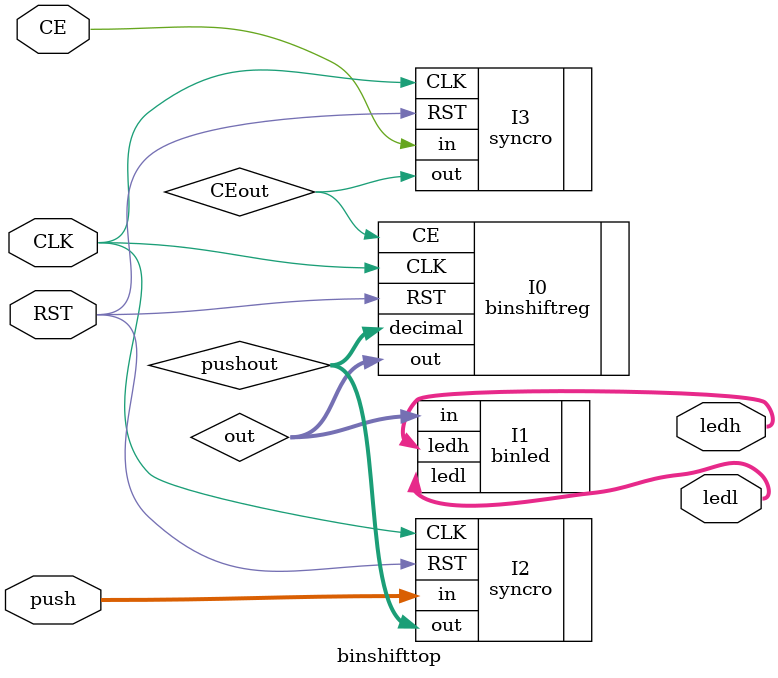
<source format=v>
module binshifttop (push,ledl,ledh,CLK,CE,RST);
  input [9:0] push;// 10¥­¡¼. 
  input CLK,RST,CE;
  output [6:0] ledl, ledh;
//rectbegin
  wire [6:0] out;        
  wire [9:0] pushout;    //¢«ÆâÉô¥Ð¥¹¤Î¿®¹æÄêµÁ
//rectend
//rectend
  syncro #(1) I3(.in(CE), 
	.out(CEout),.CLK(CLK),.RST(RST));
// CEout¤Ï, 1¥Ó¥Ã¥È¤Îwire¤Ê¤Î¤ÇÀë¸À¤·¤Ê¤¯¤Æ¤âÎÉ¤¤
//rectbegin
  syncro #(10) I2(.in(push),.out(pushout),
	.CLK(CLK),.RST(RST));
// #(10)¤Ë¤Ä¤¤¤Æ¤Ï, \ref{sec:asyncro}Àá¤ò»²¾È¤»¤è. 
  binled I1(.in(out),.ledl(ledl),.ledh(ledh)); 
//rectbegin
  binshiftreg I0(.decimal(pushout),.CLK(CLK), 
	.RST(RST),.CE(CEout),.out(out));
  // ¢¬binshiftreg¤ÎdecimalÆþÎÏ¤Ë, syncro¤Îout½ÐÎÏ¤ò
  // pushout¤ò²ð¤·¤ÆÀÜÂ³¤·¤Æ¤¤¤ë.  
//rectend
endmodule


</source>
